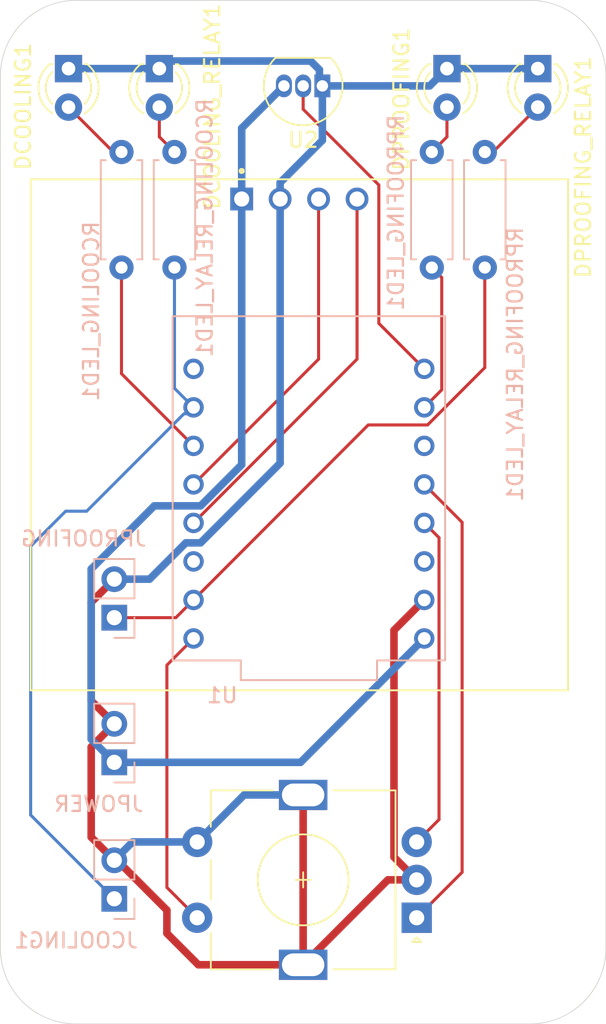
<source format=kicad_pcb>
(kicad_pcb (version 20241229) (generator "pcbnew") (generator_version "9.0")
  (layers (0 "F.Cu" signal) (2 "B.Cu" signal) (13 "F.Paste" user) (15 "B.Paste" user) (5 "F.SilkS" user "F.Silkscreen") (7 "B.SilkS" user "B.Silkscreen") (1 "F.Mask" user) (3 "B.Mask" user) (25 "Edge.Cuts" user))
  (net 0 "")
  (net 1 "GND")
  (net 2 "/SDA")
  (net 3 "/SCK")
  (net 4 "+5V")
  (net 5 "/PROOFING_RELAY")
  (net 6 "/COOLING_RELAY")
  (net 7 "/ENCODER_B")
  (net 8 "/ENCODER_A")
  (net 9 "/ENCODER_BTN")
  (net 11 "/DS18B22_PIN")
  (net 12 "/COOLING_LED")
  (net 14 "/PROOFING_LED")
  (net 16 "Net-(DCOOLING1-A)")
  (net 17 "Net-(DCOOLING_RELAY1-A)")
  (net 18 "Net-(DPROOFING1-A)")
  (net 19 "Net-(DPROOFING_RELAY1-A)")
  (footprint "Rotary_Encoder:RotaryEncoder_Alps_EC11E-Switch_Vertical_H20mm" (layer "F.Cu") (at 245 157.5 180)
    (property "Reference" "SW2" (hide yes))
    (property "Value" "RotaryEncoder_Switch_MP")
    (fp_line (start 13.6 8.4) (end 9.5 8.4) (stroke (width 0.12)) (layer "F.SilkS"))
    (fp_line (start 13.6 6) (end 13.6 8.4) (stroke (width 0.12)) (layer "F.SilkS"))
    (fp_line (start 13.6 1.2) (end 13.6 3.8) (stroke (width 0.12)) (layer "F.SilkS"))
    (fp_line (start 13.6 -3.4) (end 13.6 -1) (stroke (width 0.12)) (layer "F.SilkS"))
    (fp_line (start 9.5 -3.4) (end 13.6 -3.4) (stroke (width 0.12)) (layer "F.SilkS"))
    (fp_line (start 7.5 2) (end 7.5 3) (stroke (width 0.12)) (layer "F.SilkS"))
    (fp_line (start 7 2.5) (end 8 2.5) (stroke (width 0.12)) (layer "F.SilkS"))
    (fp_line (start 5.5 8.4) (end 1.4 8.4) (stroke (width 0.12)) (layer "F.SilkS"))
    (fp_line (start 5.5 -3.4) (end 1.4 -3.4) (stroke (width 0.12)) (layer "F.SilkS"))
    (fp_line (start 1.4 -3.4) (end 1.4 8.4) (stroke (width 0.12)) (layer "F.SilkS"))
    (fp_line (start 0.3 -1.6) (end 0 -1.3) (stroke (width 0.12)) (layer "F.SilkS"))
    (fp_line (start 0 -1.3) (end -0.3 -1.6) (stroke (width 0.12)) (layer "F.SilkS"))
    (fp_line (start -0.3 -1.6) (end 0.3 -1.6) (stroke (width 0.12)) (layer "F.SilkS"))
    (fp_circle (center 7.5 2.5) (end 10.5 2.5) (stroke (width 0.12)) (fill no) (layer "F.SilkS"))
    (pad "A" thru_hole rect (at 0 0 180) (size 2 2) (drill 1) (layers "*.Cu" "*.Mask") (net 8 "/ENCODER_A"))
    (pad "B" thru_hole circle (at 0 5 180) (size 2 2) (drill 1) (layers "*.Cu" "*.Mask") (net 7 "/ENCODER_B"))
    (pad "C" thru_hole circle (at 0 2.5 180) (size 2 2) (drill 1) (layers "*.Cu" "*.Mask") (net 1 "GND"))
    (pad "MP" thru_hole rect (at 7.5 -3.1 180) (size 3.2 2) (drill oval 2.8 1.5) (layers "*.Cu" "*.Mask") (net 1 "GND"))
    (pad "MP" thru_hole rect (at 7.5 8.1 180) (size 3.2 2) (drill oval 2.8 1.5) (layers "*.Cu" "*.Mask") (net 1 "GND"))
    (pad "S1" thru_hole circle (at 14.5 5 180) (size 2 2) (drill 1) (layers "*.Cu" "*.Mask") (net 1 "GND"))
    (pad "S2" thru_hole circle (at 14.5 0 180) (size 2 2) (drill 1) (layers "*.Cu" "*.Mask") (net 9 "/ENCODER_BTN"))
  )
  (footprint "LED_THT:LED_D3.0mm" (layer "F.Cu") (at 247 101.5 -90)
    (property "Reference" "DPROOFING1" (at 2 3 90) (layer "F.SilkS"))
    (property "Value" "LED")
    (fp_line (start -0.29 1.08) (end -0.29 1.236) (stroke (width 0.12)) (layer "F.SilkS"))
    (fp_line (start -0.29 -1.236) (end -0.29 -1.08) (stroke (width 0.12)) (layer "F.SilkS"))
    (fp_arc (start 2.310961 1.08) (mid 1.27 1.5) (end 0.229039 1.08) (stroke (width 0.12)) (layer "F.SilkS"))
    (fp_arc (start 2.941437 1.08) (mid 1.36566 1.987699) (end -0.29 1.235516) (stroke (width 0.12)) (layer "F.SilkS"))
    (fp_arc (start 0.229039 -1.08) (mid 1.27 -1.5) (end 2.310961 -1.08) (stroke (width 0.12)) (layer "F.SilkS"))
    (fp_arc (start -0.29 -1.235516) (mid 1.36566 -1.987699) (end 2.941437 -1.08) (stroke (width 0.12)) (layer "F.SilkS"))
    (pad "1" thru_hole rect (at 0 0 270) (size 1.8 1.8) (drill 0.9) (layers "*.Cu" "*.Mask") (net 1 "GND"))
    (pad "2" thru_hole circle (at 2.54 0 270) (size 1.8 1.8) (drill 0.9) (layers "*.Cu" "*.Mask") (net 18 "Net-(DPROOFING1-A)"))
  )
  (footprint "LED_THT:LED_D3.0mm" (layer "F.Cu") (at 222 101.5 -90)
    (property "Reference" "DCOOLING1" (at 2.5 3 90) (layer "F.SilkS"))
    (property "Value" "LED")
    (fp_line (start -0.29 1.08) (end -0.29 1.236) (stroke (width 0.12)) (layer "F.SilkS"))
    (fp_line (start -0.29 -1.236) (end -0.29 -1.08) (stroke (width 0.12)) (layer "F.SilkS"))
    (fp_arc (start 2.310961 1.08) (mid 1.27 1.5) (end 0.229039 1.08) (stroke (width 0.12)) (layer "F.SilkS"))
    (fp_arc (start 2.941437 1.08) (mid 1.36566 1.987699) (end -0.29 1.235516) (stroke (width 0.12)) (layer "F.SilkS"))
    (fp_arc (start 0.229039 -1.08) (mid 1.27 -1.5) (end 2.310961 -1.08) (stroke (width 0.12)) (layer "F.SilkS"))
    (fp_arc (start -0.29 -1.235516) (mid 1.36566 -1.987699) (end 2.941437 -1.08) (stroke (width 0.12)) (layer "F.SilkS"))
    (pad "1" thru_hole rect (at 0 0 270) (size 1.8 1.8) (drill 0.9) (layers "*.Cu" "*.Mask") (net 1 "GND"))
    (pad "2" thru_hole circle (at 2.54 0 270) (size 1.8 1.8) (drill 0.9) (layers "*.Cu" "*.Mask") (net 16 "Net-(DCOOLING1-A)"))
  )
  (footprint "Package_TO_SOT_THT:TO-92_Inline" (layer "F.Cu") (at 238.77 102.64 180)
    (property "Reference" "U2" (at 1.27 -3.56 0) (layer "F.SilkS"))
    (property "Value" "DS18B20")
    (fp_line (start -0.53 1.85) (end 3.07 1.85) (stroke (width 0.12)) (layer "F.SilkS"))
    (fp_arc (start 1.27 -2.6) (mid 3.672087 -0.994977) (end 3.108478 1.838478) (stroke (width 0.12)) (layer "F.SilkS"))
    (fp_arc (start -0.568478 1.838478) (mid -1.132087 -0.994977) (end 1.27 -2.6) (stroke (width 0.12)) (layer "F.SilkS"))
    (pad "1" thru_hole rect (at 0 0 180) (size 1.05 1.5) (drill 0.75) (layers "*.Cu" "*.Mask") (net 1 "GND"))
    (pad "2" thru_hole oval (at 1.27 0 180) (size 1.05 1.5) (drill 0.75) (layers "*.Cu" "*.Mask") (net 11 "/DS18B22_PIN"))
    (pad "3" thru_hole oval (at 2.54 0 180) (size 1.05 1.5) (drill 0.75) (layers "*.Cu" "*.Mask") (net 4 "+5V"))
  )
  (footprint "oled:LCD_OLED_128X64_1.3_I2C" (layer "F.Cu") (at 237.25 125.65)
    (property "Reference" "DS1" (hide yes))
    (property "Value" "OLED_128X64_1.3_I2C" (hide yes))
    (fp_line (start -17.75 -16.85) (end 17.75 -16.85) (stroke (width 0.127)) (layer "F.SilkS"))
    (fp_line (start -17.75 16.85) (end -17.75 -16.85) (stroke (width 0.127)) (layer "F.SilkS"))
    (fp_line (start 17.75 -16.85) (end 17.75 16.85) (stroke (width 0.127)) (layer "F.SilkS"))
    (fp_line (start 17.75 16.85) (end -17.75 16.85) (stroke (width 0.127)) (layer "F.SilkS"))
    (fp_circle (center -3.81 -17.4) (end -3.71 -17.4) (stroke (width 0.2)) (fill no) (layer "F.SilkS"))
    (pad "" np_thru_hole circle (at -15.75 -14.85) (size 3 3) (drill 3) (layers "*.Cu" "*.Mask"))
    (pad "" np_thru_hole circle (at -15.75 14.85) (size 3 3) (drill 3) (layers "*.Cu" "*.Mask"))
    (pad "" np_thru_hole circle (at 15.75 -14.85) (size 3 3) (drill 3) (layers "*.Cu" "*.Mask"))
    (pad "" np_thru_hole circle (at 15.75 14.85) (size 3 3) (drill 3) (layers "*.Cu" "*.Mask"))
    (pad "1" thru_hole rect (at -3.81 -15.55) (size 1.508 1.508) (drill 1) (layers "*.Cu" "*.Mask") (net 4 "+5V"))
    (pad "2" thru_hole circle (at -1.27 -15.55) (size 1.508 1.508) (drill 1) (layers "*.Cu" "*.Mask") (net 1 "GND"))
    (pad "3" thru_hole circle (at 1.27 -15.55) (size 1.508 1.508) (drill 1) (layers "*.Cu" "*.Mask") (net 3 "/SCK"))
    (pad "4" thru_hole circle (at 3.81 -15.55) (size 1.508 1.508) (drill 1) (layers "*.Cu" "*.Mask") (net 2 "/SDA"))
  )
  (footprint "LED_THT:LED_D3.0mm" (layer "F.Cu") (at 228 101.5 -90)
    (property "Reference" "DCOOLING_RELAY1" (at 2.5 -3.5 270) (layer "F.SilkS"))
    (property "Value" "LED")
    (fp_line (start -0.29 1.08) (end -0.29 1.236) (stroke (width 0.12)) (layer "F.SilkS"))
    (fp_line (start -0.29 -1.236) (end -0.29 -1.08) (stroke (width 0.12)) (layer "F.SilkS"))
    (fp_arc (start 2.310961 1.08) (mid 1.27 1.5) (end 0.229039 1.08) (stroke (width 0.12)) (layer "F.SilkS"))
    (fp_arc (start 2.941437 1.08) (mid 1.36566 1.987699) (end -0.29 1.235516) (stroke (width 0.12)) (layer "F.SilkS"))
    (fp_arc (start 0.229039 -1.08) (mid 1.27 -1.5) (end 2.310961 -1.08) (stroke (width 0.12)) (layer "F.SilkS"))
    (fp_arc (start -0.29 -1.235516) (mid 1.36566 -1.987699) (end 2.941437 -1.08) (stroke (width 0.12)) (layer "F.SilkS"))
    (pad "1" thru_hole rect (at 0 0 270) (size 1.8 1.8) (drill 0.9) (layers "*.Cu" "*.Mask") (net 1 "GND"))
    (pad "2" thru_hole circle (at 2.54 0 270) (size 1.8 1.8) (drill 0.9) (layers "*.Cu" "*.Mask") (net 17 "Net-(DCOOLING_RELAY1-A)"))
  )
  (footprint "LED_THT:LED_D3.0mm" (layer "F.Cu") (at 253 101.5 -90)
    (property "Reference" "DPROOFING_RELAY1" (at 6.5 -3 90) (layer "F.SilkS"))
    (property "Value" "LED")
    (fp_line (start -0.29 1.08) (end -0.29 1.236) (stroke (width 0.12)) (layer "F.SilkS"))
    (fp_line (start -0.29 -1.236) (end -0.29 -1.08) (stroke (width 0.12)) (layer "F.SilkS"))
    (fp_arc (start 2.310961 1.08) (mid 1.27 1.5) (end 0.229039 1.08) (stroke (width 0.12)) (layer "F.SilkS"))
    (fp_arc (start 2.941437 1.08) (mid 1.36566 1.987699) (end -0.29 1.235516) (stroke (width 0.12)) (layer "F.SilkS"))
    (fp_arc (start 0.229039 -1.08) (mid 1.27 -1.5) (end 2.310961 -1.08) (stroke (width 0.12)) (layer "F.SilkS"))
    (fp_arc (start -0.29 -1.235516) (mid 1.36566 -1.987699) (end 2.941437 -1.08) (stroke (width 0.12)) (layer "F.SilkS"))
    (pad "1" thru_hole rect (at 0 0 270) (size 1.8 1.8) (drill 0.9) (layers "*.Cu" "*.Mask") (net 1 "GND"))
    (pad "2" thru_hole circle (at 2.54 0 270) (size 1.8 1.8) (drill 0.9) (layers "*.Cu" "*.Mask") (net 19 "Net-(DPROOFING_RELAY1-A)"))
  )
  (footprint "Connector_PinSocket_2.54mm:PinSocket_1x02_P2.54mm_Vertical" (layer "B.Cu") (at 225.025 137.71)
    (property "Reference" "JPROOFING" (at -2.025 -5.21 0) (layer "B.SilkS") (effects (justify mirror)))
    (property "Value" "Conn_01x02")
    (fp_line (start -1.33 -3.87) (end 1.33 -3.87) (stroke (width 0.12)) (layer "B.SilkS"))
    (fp_line (start -1.33 -1.27) (end -1.33 -3.87) (stroke (width 0.12)) (layer "B.SilkS"))
    (fp_line (start -1.33 -1.27) (end 1.33 -1.27) (stroke (width 0.12)) (layer "B.SilkS"))
    (fp_line (start 0 1.33) (end 1.33 1.33) (stroke (width 0.12)) (layer "B.SilkS"))
    (fp_line (start 1.33 -1.27) (end 1.33 -3.87) (stroke (width 0.12)) (layer "B.SilkS"))
    (fp_line (start 1.33 1.33) (end 1.33 0) (stroke (width 0.12)) (layer "B.SilkS"))
    (pad "1" thru_hole rect (at 0 0) (size 1.7 1.7) (drill 1) (layers "*.Cu" "*.Mask") (net 5 "/PROOFING_RELAY"))
    (pad "2" thru_hole circle (at 0 -2.54) (size 1.7 1.7) (drill 1) (layers "*.Cu" "*.Mask") (net 1 "GND"))
  )
  (footprint "Resistor_THT:R_Axial_DIN0207_L6.3mm_D2.5mm_P7.62mm_Horizontal" (layer "B.Cu") (at 225.5 107 -90)
    (property "Reference" "RCOOLING_LED1" (at 10.5 2 90) (layer "B.SilkS") (effects (justify mirror)))
    (property "Value" "R")
    (fp_line (start 0.54 1.37) (end 7.08 1.37) (stroke (width 0.12)) (layer "B.SilkS"))
    (fp_line (start 7.08 1.37) (end 7.08 1.04) (stroke (width 0.12)) (layer "B.SilkS"))
    (fp_line (start 0.54 1.04) (end 0.54 1.37) (stroke (width 0.12)) (layer "B.SilkS"))
    (fp_line (start 0.54 -1.04) (end 0.54 -1.37) (stroke (width 0.12)) (layer "B.SilkS"))
    (fp_line (start 0.54 -1.37) (end 7.08 -1.37) (stroke (width 0.12)) (layer "B.SilkS"))
    (fp_line (start 7.08 -1.37) (end 7.08 -1.04) (stroke (width 0.12)) (layer "B.SilkS"))
    (pad "1" thru_hole circle (at 0 0 270) (size 1.6 1.6) (drill 0.8) (layers "*.Cu" "*.Mask") (net 16 "Net-(DCOOLING1-A)"))
    (pad "2" thru_hole circle (at 7.62 0 270) (size 1.6 1.6) (drill 0.8) (layers "*.Cu" "*.Mask") (net 12 "/COOLING_LED"))
  )
  (footprint "Resistor_THT:R_Axial_DIN0207_L6.3mm_D2.5mm_P7.62mm_Horizontal" (layer "B.Cu") (at 249.5 107 -90)
    (property "Reference" "RPROOFING_RELAY_LED1" (at 14 -2 90) (layer "B.SilkS") (effects (justify mirror)))
    (property "Value" "R")
    (fp_line (start 0.54 1.37) (end 7.08 1.37) (stroke (width 0.12)) (layer "B.SilkS"))
    (fp_line (start 7.08 1.37) (end 7.08 1.04) (stroke (width 0.12)) (layer "B.SilkS"))
    (fp_line (start 0.54 1.04) (end 0.54 1.37) (stroke (width 0.12)) (layer "B.SilkS"))
    (fp_line (start 0.54 -1.04) (end 0.54 -1.37) (stroke (width 0.12)) (layer "B.SilkS"))
    (fp_line (start 0.54 -1.37) (end 7.08 -1.37) (stroke (width 0.12)) (layer "B.SilkS"))
    (fp_line (start 7.08 -1.37) (end 7.08 -1.04) (stroke (width 0.12)) (layer "B.SilkS"))
    (pad "1" thru_hole circle (at 0 0 270) (size 1.6 1.6) (drill 0.8) (layers "*.Cu" "*.Mask") (net 19 "Net-(DPROOFING_RELAY1-A)"))
    (pad "2" thru_hole circle (at 7.62 0 270) (size 1.6 1.6) (drill 0.8) (layers "*.Cu" "*.Mask") (net 5 "/PROOFING_RELAY"))
  )
  (footprint "Connector_PinSocket_2.54mm:PinSocket_1x02_P2.54mm_Vertical" (layer "B.Cu") (at 225.025 147.25)
    (property "Reference" "JPOWER" (at -1.025 2.75 0) (layer "B.SilkS") (effects (justify mirror)))
    (property "Value" "Conn_01x02")
    (fp_line (start -1.33 -3.87) (end 1.33 -3.87) (stroke (width 0.12)) (layer "B.SilkS"))
    (fp_line (start -1.33 -1.27) (end -1.33 -3.87) (stroke (width 0.12)) (layer "B.SilkS"))
    (fp_line (start -1.33 -1.27) (end 1.33 -1.27) (stroke (width 0.12)) (layer "B.SilkS"))
    (fp_line (start 0 1.33) (end 1.33 1.33) (stroke (width 0.12)) (layer "B.SilkS"))
    (fp_line (start 1.33 -1.27) (end 1.33 -3.87) (stroke (width 0.12)) (layer "B.SilkS"))
    (fp_line (start 1.33 1.33) (end 1.33 0) (stroke (width 0.12)) (layer "B.SilkS"))
    (pad "1" thru_hole rect (at 0 0) (size 1.7 1.7) (drill 1) (layers "*.Cu" "*.Mask") (net 4 "+5V"))
    (pad "2" thru_hole circle (at 0 -2.54) (size 1.7 1.7) (drill 1) (layers "*.Cu" "*.Mask") (net 1 "GND"))
  )
  (footprint "Connector_PinSocket_2.54mm:PinSocket_1x02_P2.54mm_Vertical" (layer "B.Cu") (at 225.025 156.25)
    (property "Reference" "JCOOLING1" (at -2.525 2.75 0) (layer "B.SilkS") (effects (justify mirror)))
    (property "Value" "Conn_01x02")
    (fp_line (start -1.33 -3.87) (end 1.33 -3.87) (stroke (width 0.12)) (layer "B.SilkS"))
    (fp_line (start -1.33 -1.27) (end -1.33 -3.87) (stroke (width 0.12)) (layer "B.SilkS"))
    (fp_line (start -1.33 -1.27) (end 1.33 -1.27) (stroke (width 0.12)) (layer "B.SilkS"))
    (fp_line (start 0 1.33) (end 1.33 1.33) (stroke (width 0.12)) (layer "B.SilkS"))
    (fp_line (start 1.33 -1.27) (end 1.33 -3.87) (stroke (width 0.12)) (layer "B.SilkS"))
    (fp_line (start 1.33 1.33) (end 1.33 0) (stroke (width 0.12)) (layer "B.SilkS"))
    (pad "1" thru_hole rect (at 0 0) (size 1.7 1.7) (drill 1) (layers "*.Cu" "*.Mask") (net 6 "/COOLING_RELAY"))
    (pad "2" thru_hole circle (at 0 -2.54) (size 1.7 1.7) (drill 1) (layers "*.Cu" "*.Mask") (net 1 "GND"))
  )
  (footprint "esp32-c3 supermini:MODULE_ESP32-C3_SUPERMINI_TH" (layer "B.Cu") (at 237.88 129.18)
    (property "Reference" "U1" (at -5.715 13.6525 0) (layer "B.SilkS") (effects (justify mirror)))
    (property "Value" "ESP32-C3_SUPERMINI_TH")
    (fp_line (start -9 -11.35) (end -9 11.35) (stroke (width 0.127)) (layer "B.SilkS"))
    (fp_line (start -4.5 11.35) (end -9 11.35) (stroke (width 0.127)) (layer "B.SilkS"))
    (fp_line (start -4.5 12.65) (end -4.5 11.35) (stroke (width 0.127)) (layer "B.SilkS"))
    (fp_line (start 4.5 12.65) (end -4.5 12.65) (stroke (width 0.127)) (layer "B.SilkS"))
    (fp_line (start 4.5 12.65) (end 4.5 11.35) (stroke (width 0.127)) (layer "B.SilkS"))
    (fp_line (start 9 -11.35) (end -9 -11.35) (stroke (width 0.127)) (layer "B.SilkS"))
    (fp_line (start 9 -11.35) (end 9 11.35) (stroke (width 0.127)) (layer "B.SilkS"))
    (fp_line (start 9 11.35) (end 4.5 11.35) (stroke (width 0.127)) (layer "B.SilkS"))
    (pad "0" thru_hole circle (at 7.62 -7.88) (size 1.348 1.348) (drill 0.84) (layers "*.Cu" "*.Mask") (net 11 "/DS18B22_PIN"))
    (pad "1" thru_hole circle (at 7.62 -5.34) (size 1.348 1.348) (drill 0.84) (layers "*.Cu" "*.Mask") (net 14 "/PROOFING_LED"))
    (pad "2" thru_hole circle (at 7.62 -2.8) (size 1.348 1.348) (drill 0.84) (layers "*.Cu" "*.Mask"))
    (pad "3" thru_hole circle (at 7.62 -0.26) (size 1.348 1.348) (drill 0.84) (layers "*.Cu" "*.Mask") (net 8 "/ENCODER_A"))
    (pad "3.3" thru_hole circle (at 7.62 4.82) (size 1.348 1.348) (drill 0.84) (layers "*.Cu" "*.Mask"))
    (pad "4" thru_hole circle (at 7.62 2.28) (size 1.348 1.348) (drill 0.84) (layers "*.Cu" "*.Mask") (net 7 "/ENCODER_B"))
    (pad "5" thru_hole circle (at -7.62 9.9) (size 1.348 1.348) (drill 0.84) (layers "*.Cu" "*.Mask") (net 9 "/ENCODER_BTN"))
    (pad "5V" thru_hole circle (at 7.62 9.9) (size 1.348 1.348) (drill 0.84) (layers "*.Cu" "*.Mask") (net 4 "+5V"))
    (pad "6" thru_hole circle (at -7.62 7.36) (size 1.348 1.348) (drill 0.84) (layers "*.Cu" "*.Mask") (net 5 "/PROOFING_RELAY"))
    (pad "7" thru_hole circle (at -7.62 4.82) (size 1.348 1.348) (drill 0.84) (layers "*.Cu" "*.Mask"))
    (pad "8" thru_hole circle (at -7.62 2.28) (size 1.348 1.348) (drill 0.84) (layers "*.Cu" "*.Mask") (net 2 "/SDA"))
    (pad "9" thru_hole circle (at -7.62 -0.26) (size 1.348 1.348) (drill 0.84) (layers "*.Cu" "*.Mask") (net 3 "/SCK"))
    (pad "10" thru_hole circle (at -7.62 -2.8) (size 1.348 1.348) (drill 0.84) (layers "*.Cu" "*.Mask") (net 12 "/COOLING_LED"))
    (pad "20" thru_hole circle (at -7.62 -5.34) (size 1.348 1.348) (drill 0.84) (layers "*.Cu" "*.Mask") (net 6 "/COOLING_RELAY"))
    (pad "21" thru_hole circle (at -7.62 -7.88) (size 1.348 1.348) (drill 0.84) (layers "*.Cu" "*.Mask"))
    (pad "G" thru_hole circle (at 7.62 7.36) (size 1.348 1.348) (drill 0.84) (layers "*.Cu" "*.Mask") (net 1 "GND"))
  )
  (footprint "Resistor_THT:R_Axial_DIN0207_L6.3mm_D2.5mm_P7.62mm_Horizontal" (layer "B.Cu") (at 246 107 -90)
    (property "Reference" "RPROOFING_LED1" (at 4 2.37 90) (layer "B.SilkS") (effects (justify mirror)))
    (property "Value" "R")
    (fp_line (start 0.54 1.37) (end 7.08 1.37) (stroke (width 0.12)) (layer "B.SilkS"))
    (fp_line (start 7.08 1.37) (end 7.08 1.04) (stroke (width 0.12)) (layer "B.SilkS"))
    (fp_line (start 0.54 1.04) (end 0.54 1.37) (stroke (width 0.12)) (layer "B.SilkS"))
    (fp_line (start 0.54 -1.04) (end 0.54 -1.37) (stroke (width 0.12)) (layer "B.SilkS"))
    (fp_line (start 0.54 -1.37) (end 7.08 -1.37) (stroke (width 0.12)) (layer "B.SilkS"))
    (fp_line (start 7.08 -1.37) (end 7.08 -1.04) (stroke (width 0.12)) (layer "B.SilkS"))
    (pad "1" thru_hole circle (at 0 0 270) (size 1.6 1.6) (drill 0.8) (layers "*.Cu" "*.Mask") (net 18 "Net-(DPROOFING1-A)"))
    (pad "2" thru_hole circle (at 7.62 0 270) (size 1.6 1.6) (drill 0.8) (layers "*.Cu" "*.Mask") (net 14 "/PROOFING_LED"))
  )
  (footprint "Resistor_THT:R_Axial_DIN0207_L6.3mm_D2.5mm_P7.62mm_Horizontal" (layer "B.Cu") (at 229 107 -90)
    (property "Reference" "RCOOLING_RELAY_LED1" (at 5 -2 90) (layer "B.SilkS") (effects (justify mirror)))
    (property "Value" "R")
    (fp_line (start 0.54 1.37) (end 7.08 1.37) (stroke (width 0.12)) (layer "B.SilkS"))
    (fp_line (start 7.08 1.37) (end 7.08 1.04) (stroke (width 0.12)) (layer "B.SilkS"))
    (fp_line (start 0.54 1.04) (end 0.54 1.37) (stroke (width 0.12)) (layer "B.SilkS"))
    (fp_line (start 0.54 -1.04) (end 0.54 -1.37) (stroke (width 0.12)) (layer "B.SilkS"))
    (fp_line (start 0.54 -1.37) (end 7.08 -1.37) (stroke (width 0.12)) (layer "B.SilkS"))
    (fp_line (start 7.08 -1.37) (end 7.08 -1.04) (stroke (width 0.12)) (layer "B.SilkS"))
    (pad "1" thru_hole circle (at 0 0 270) (size 1.6 1.6) (drill 0.8) (layers "*.Cu" "*.Mask") (net 17 "Net-(DCOOLING_RELAY1-A)"))
    (pad "2" thru_hole circle (at 7.62 0 270) (size 1.6 1.6) (drill 0.8) (layers "*.Cu" "*.Mask") (net 6 "/COOLING_RELAY"))
  )
  (gr_line (start 252.5 164.5) (end 222.5 164.5) (stroke (width 0.05)) (layer "Edge.Cuts"))
  (gr_arc (start 257.5 159.5) (mid 256.035534 163.035534) (end 252.5 164.5) (stroke (width 0.05)) (layer "Edge.Cuts"))
  (gr_line (start 217.5 159.5) (end 217.5 102) (stroke (width 0.05)) (layer "Edge.Cuts"))
  (gr_arc (start 217.5 102) (mid 218.964466 98.464466) (end 222.5 97) (stroke (width 0.05)) (layer "Edge.Cuts"))
  (gr_line (start 222.5 97) (end 252.5 97) (stroke (width 0.05)) (layer "Edge.Cuts"))
  (gr_arc (start 222.5 164.5) (mid 218.964466 163.035534) (end 217.5 159.5) (stroke (width 0.05)) (layer "Edge.Cuts"))
  (gr_arc (start 252.5 97) (mid 256.035534 98.464466) (end 257.5 102) (stroke (width 0.05)) (layer "Edge.Cuts"))
  (gr_line (start 257.5 102) (end 257.5 159.5) (stroke (width 0.05)) (layer "Edge.Cuts"))
  (segment (start 228.5 157) (end 228.5 158.526012) (width 0.5) (layer "F.Cu") (net 1))
  (segment (start 237.5 160.6) (end 237.5 149.4) (width 0.5) (layer "F.Cu") (net 1))
  (segment (start 225.025 144.71) (end 223.5 143.185) (width 0.5) (layer "F.Cu") (net 1))
  (segment (start 245 155) (end 243.1 155) (width 0.5) (layer "F.Cu") (net 1))
  (segment (start 243.5 153.5) (end 243.5 138.54) (width 0.5) (layer "F.Cu") (net 1))
  (segment (start 228.5 158.526012) (end 230.573988 160.6) (width 0.5) (layer "F.Cu") (net 1))
  (segment (start 225.025 153.71) (end 225.21 153.71) (width 0.5) (layer "F.Cu") (net 1))
  (segment (start 225.025 144.71) (end 223.5 146.235) (width 0.5) (layer "F.Cu") (net 1))
  (segment (start 223.5 146.235) (end 223.5 152.185) (width 0.5) (layer "F.Cu") (net 1))
  (segment (start 223.5 152.185) (end 225.025 153.71) (width 0.5) (layer "F.Cu") (net 1))
  (segment (start 223.5 143.185) (end 223.5 136.695) (width 0.5) (layer "F.Cu") (net 1))
  (segment (start 243.5 138.54) (end 245.5 136.54) (width 0.5) (layer "F.Cu") (net 1))
  (segment (start 225.21 153.71) (end 228.5 157) (width 0.5) (layer "F.Cu") (net 1))
  (segment (start 243.1 155) (end 237.5 160.6) (width 0.5) (layer "F.Cu") (net 1))
  (segment (start 230.573988 160.6) (end 237.5 160.6) (width 0.5) (layer "F.Cu") (net 1))
  (segment (start 245 155) (end 243.5 153.5) (width 0.5) (layer "F.Cu") (net 1))
  (segment (start 223.5 136.695) (end 225.025 135.17) (width 0.5) (layer "F.Cu") (net 1))
  (segment (start 238.576 102.221) (end 238.77 102.415) (width 0.5) (layer "B.Cu") (net 1))
  (segment (start 230.5 152.5) (end 226.235 152.5) (width 0.5) (layer "B.Cu") (net 1))
  (segment (start 238.576 101.576) (end 238.576 102.221) (width 0.5) (layer "B.Cu") (net 1))
  (segment (start 238 101) (end 238.576 101.576) (width 0.5) (layer "B.Cu") (net 1))
  (segment (start 237.5 149.4) (end 233.6 149.4) (width 0.5) (layer "B.Cu") (net 1))
  (segment (start 238.77 102.64) (end 245.86 102.64) (width 0.5) (layer "B.Cu") (net 1))
  (segment (start 238.77 106.23) (end 235.98 109.02) (width 0.5) (layer "B.Cu") (net 1))
  (segment (start 228.5 101) (end 238 101) (width 0.5) (layer "B.Cu") (net 1))
  (segment (start 247 101.5) (end 253 101.5) (width 0.5) (layer "B.Cu") (net 1))
  (segment (start 226.235 152.5) (end 225.025 153.71) (width 0.5) (layer "B.Cu") (net 1))
  (segment (start 228 101.5) (end 228.5 101) (width 0.5) (layer "B.Cu") (net 1))
  (segment (start 233.6 149.4) (end 230.5 152.5) (width 0.5) (layer "B.Cu") (net 1))
  (segment (start 245.86 102.64) (end 247 101.5) (width 0.5) (layer "B.Cu") (net 1))
  (segment (start 229.752588 132.775) (end 227.357588 135.17) (width 0.5) (layer "B.Cu") (net 1))
  (segment (start 235.98 110.1) (end 235.98 127.52) (width 0.5) (layer "B.Cu") (net 1))
  (segment (start 222 101.5) (end 228 101.5) (width 0.5) (layer "B.Cu") (net 1))
  (segment (start 238.77 102.415) (end 238.77 102.64) (width 0.5) (layer "B.Cu") (net 1))
  (segment (start 235.98 109.02) (end 235.98 110.1) (width 0.5) (layer "B.Cu") (net 1))
  (segment (start 230.725 132.775) (end 229.752588 132.775) (width 0.5) (layer "B.Cu") (net 1))
  (segment (start 238.77 102.64) (end 238.77 106.23) (width 0.5) (layer "B.Cu") (net 1))
  (segment (start 235.98 127.52) (end 230.725 132.775) (width 0.5) (layer "B.Cu") (net 1))
  (segment (start 227.357588 135.17) (end 225.025 135.17) (width 0.5) (layer "B.Cu") (net 1))
  (segment (start 241.06 120.66) (end 230.26 131.46) (width 0.2) (layer "F.Cu") (net 2))
  (segment (start 241.06 110.1) (end 241.06 120.66) (width 0.2) (layer "F.Cu") (net 2))
  (segment (start 238.52 120.66) (end 230.26 128.92) (width 0.2) (layer "F.Cu") (net 3))
  (segment (start 238.52 110.1) (end 238.52 120.66) (width 0.2) (layer "F.Cu") (net 3))
  (segment (start 227.665 130.335) (end 223.5 134.5) (width 0.5) (layer "B.Cu") (net 4))
  (segment (start 233.44 127.620991) (end 230.725991 130.335) (width 0.5) (layer "B.Cu") (net 4))
  (segment (start 233.44 110.1) (end 233.44 127.620991) (width 0.5) (layer "B.Cu") (net 4))
  (segment (start 230.725991 130.335) (end 227.665 130.335) (width 0.5) (layer "B.Cu") (net 4))
  (segment (start 237.33 147.25) (end 245.5 139.08) (width 0.5) (layer "B.Cu") (net 4))
  (segment (start 223.5 134.5) (end 223.5 145.725) (width 0.5) (layer "B.Cu") (net 4))
  (segment (start 233.44 105.43) (end 236.23 102.64) (width 0.5) (layer "B.Cu") (net 4))
  (segment (start 233.44 110.1) (end 233.44 105.43) (width 0.5) (layer "B.Cu") (net 4))
  (segment (start 225.025 147.25) (end 237.33 147.25) (width 0.5) (layer "B.Cu") (net 4))
  (segment (start 223.5 145.725) (end 225.025 147.25) (width 0.5) (layer "B.Cu") (net 4))
  (segment (start 249.5 121.218859) (end 245.718859 125) (width 0.2) (layer "F.Cu") (net 5))
  (segment (start 229.09 137.71) (end 229.97645 136.82355) (width 0.2) (layer "F.Cu") (net 5))
  (segment (start 249.5 114.62) (end 249.5 121.218859) (width 0.2) (layer "F.Cu") (net 5))
  (segment (start 245.718859 125) (end 241.8 125) (width 0.2) (layer "F.Cu") (net 5))
  (segment (start 241.8 125) (end 230.26 136.54) (width 0.2) (layer "F.Cu") (net 5))
  (segment (start 225.025 137.71) (end 229.09 137.71) (width 0.2) (layer "F.Cu") (net 5))
  (segment (start 225.025 156.25) (end 219.5 150.725) (width 0.2) (layer "B.Cu") (net 6))
  (segment (start 229 122.58) (end 229 114.62) (width 0.2) (layer "B.Cu") (net 6))
  (segment (start 219.5 133) (end 221.813132 130.686868) (width 0.2) (layer "B.Cu") (net 6))
  (segment (start 221.813132 130.686868) (end 223.201 130.686868) (width 0.2) (layer "B.Cu") (net 6))
  (segment (start 229.836 124.264) (end 230.26 123.84) (width 0.2) (layer "B.Cu") (net 6))
  (segment (start 229.623868 124.264) (end 229.836 124.264) (width 0.2) (layer "B.Cu") (net 6))
  (segment (start 230.26 123.84) (end 229 122.58) (width 0.2) (layer "B.Cu") (net 6))
  (segment (start 223.201 130.686868) (end 229.623868 124.264) (width 0.2) (layer "B.Cu") (net 6))
  (segment (start 219.5 150.725) (end 219.5 133) (width 0.2) (layer "B.Cu") (net 6))
  (segment (start 245 152.5) (end 246.475 151.025) (width 0.2) (layer "F.Cu") (net 7))
  (segment (start 246.475 151.025) (end 246.475 132.435) (width 0.2) (layer "F.Cu") (net 7))
  (segment (start 246.475 132.435) (end 245.5 131.46) (width 0.2) (layer "F.Cu") (net 7))
  (segment (start 248 154.5) (end 248 131.42) (width 0.2) (layer "F.Cu") (net 8))
  (segment (start 245 157.5) (end 248 154.5) (width 0.2) (layer "F.Cu") (net 8))
  (segment (start 248 131.42) (end 245.5 128.92) (width 0.2) (layer "F.Cu") (net 8))
  (segment (start 230.5 157.5) (end 228.5 155.5) (width 0.2) (layer "F.Cu") (net 9))
  (segment (start 228.5 140.84) (end 230.26 139.08) (width 0.2) (layer "F.Cu") (net 9))
  (segment (start 228.5 155.5) (end 228.5 140.84) (width 0.2) (layer "F.Cu") (net 9))
  (segment (start 237.5 102.64) (end 237.5 104.17705) (width 0.2) (layer "F.Cu") (net 11))
  (segment (start 242.5 118.3) (end 245.5 121.3) (width 0.2) (layer "F.Cu") (net 11))
  (segment (start 242.5 109.17705) (end 242.5 118.3) (width 0.2) (layer "F.Cu") (net 11))
  (segment (start 237.5 104.17705) (end 242.5 109.17705) (width 0.2) (layer "F.Cu") (net 11))
  (segment (start 225.5 121.62) (end 230.26 126.38) (width 0.2) (layer "F.Cu") (net 12))
  (segment (start 225.5 114.62) (end 225.5 121.62) (width 0.2) (layer "F.Cu") (net 12))
  (segment (start 246.65645 122.68355) (end 245.5 123.84) (width 0.2) (layer "F.Cu") (net 14))
  (segment (start 246.65645 115.27645) (end 246.65645 122.68355) (width 0.2) (layer "F.Cu") (net 14))
  (segment (start 246 114.62) (end 246.65645 115.27645) (width 0.2) (layer "F.Cu") (net 14))
  (segment (start 222 104.04) (end 224.96 107) (width 0.2) (layer "F.Cu") (net 16))
  (segment (start 224.96 107) (end 225.5 107) (width 0.2) (layer "F.Cu") (net 16))
  (segment (start 228 106) (end 229 107) (width 0.2) (layer "F.Cu") (net 17))
  (segment (start 228 104.04) (end 228 106) (width 0.2) (layer "F.Cu") (net 17))
  (segment (start 247 106) (end 246 107) (width 0.2) (layer "F.Cu") (net 18))
  (segment (start 247 104.04) (end 247 106) (width 0.2) (layer "F.Cu") (net 18))
  (segment (start 250.04 107) (end 249.5 107) (width 0.2) (layer "F.Cu") (net 19))
  (segment (start 253 104.04) (end 250.04 107) (width 0.2) (layer "F.Cu") (net 19))
)
</source>
